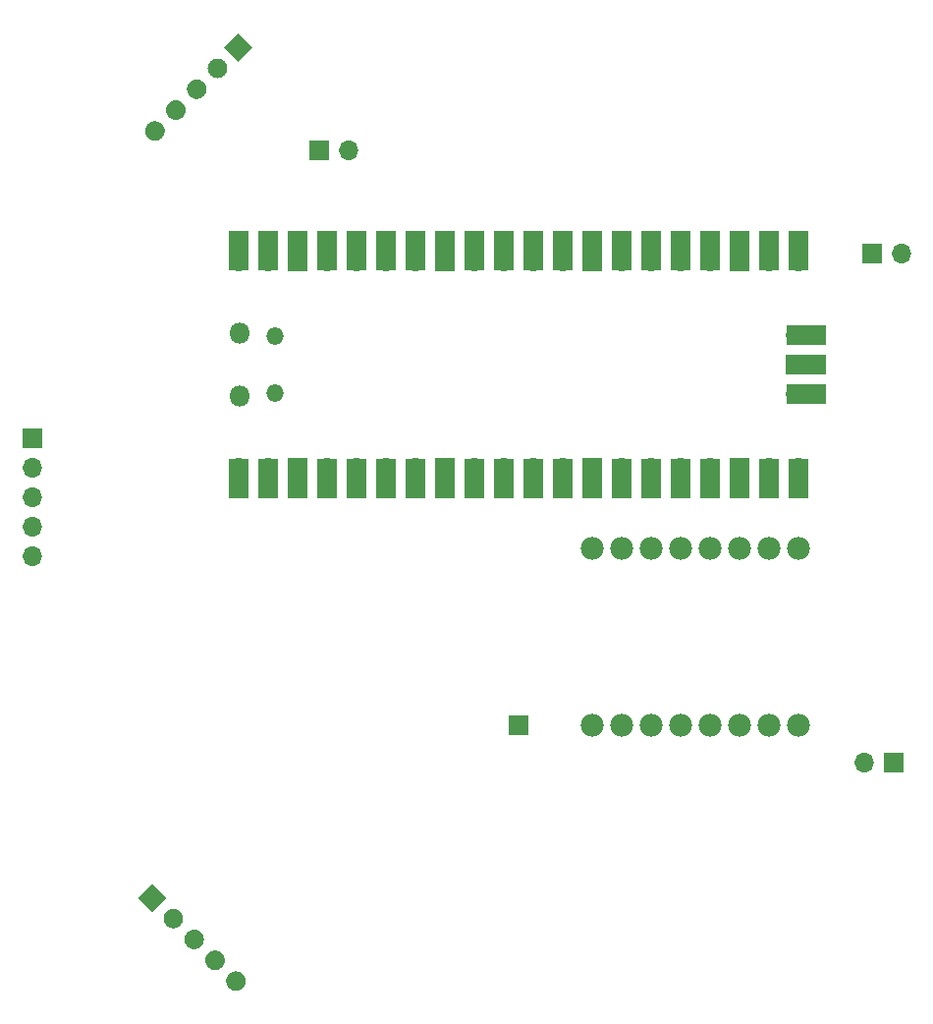
<source format=gbr>
%TF.GenerationSoftware,KiCad,Pcbnew,(6.0.9)*%
%TF.CreationDate,2022-12-06T16:34:43+05:30*%
%TF.ProjectId,micromouseus,6d696372-6f6d-46f7-9573-6575732e6b69,rev?*%
%TF.SameCoordinates,Original*%
%TF.FileFunction,Soldermask,Top*%
%TF.FilePolarity,Negative*%
%FSLAX46Y46*%
G04 Gerber Fmt 4.6, Leading zero omitted, Abs format (unit mm)*
G04 Created by KiCad (PCBNEW (6.0.9)) date 2022-12-06 16:34:43*
%MOMM*%
%LPD*%
G01*
G04 APERTURE LIST*
%ADD10C,1.980000*%
%ADD11R,1.700000X1.700000*%
%ADD12O,1.700000X1.700000*%
%ADD13O,1.800000X1.800000*%
%ADD14O,1.500000X1.500000*%
%ADD15R,1.700000X3.500000*%
%ADD16R,3.500000X1.700000*%
G04 APERTURE END LIST*
D10*
%TO.C,U1*%
X161290000Y-107950000D03*
X163830000Y-107950000D03*
X166370000Y-107950000D03*
X168910000Y-107950000D03*
X171450000Y-107950000D03*
X173990000Y-107950000D03*
X176530000Y-107950000D03*
X179070000Y-107950000D03*
X179070000Y-92710000D03*
X176530000Y-92710000D03*
X173990000Y-92710000D03*
X171450000Y-92710000D03*
X168910000Y-92710000D03*
X166370000Y-92710000D03*
X163830000Y-92710000D03*
X161290000Y-92710000D03*
%TD*%
%TO.C,J3*%
G36*
X123411433Y-123978515D02*
G01*
X122209351Y-122776433D01*
X123411433Y-121574351D01*
X124613515Y-122776433D01*
X123411433Y-123978515D01*
G37*
G36*
G01*
X124606443Y-125173525D02*
X124606443Y-125173525D01*
G75*
G02*
X124606443Y-123971443I601041J601041D01*
G01*
X124606443Y-123971443D01*
G75*
G02*
X125808525Y-123971443I601041J-601041D01*
G01*
X125808525Y-123971443D01*
G75*
G02*
X125808525Y-125173525I-601041J-601041D01*
G01*
X125808525Y-125173525D01*
G75*
G02*
X124606443Y-125173525I-601041J601041D01*
G01*
G37*
G36*
G01*
X126402494Y-126969576D02*
X126402494Y-126969576D01*
G75*
G02*
X126402494Y-125767494I601041J601041D01*
G01*
X126402494Y-125767494D01*
G75*
G02*
X127604576Y-125767494I601041J-601041D01*
G01*
X127604576Y-125767494D01*
G75*
G02*
X127604576Y-126969576I-601041J-601041D01*
G01*
X127604576Y-126969576D01*
G75*
G02*
X126402494Y-126969576I-601041J601041D01*
G01*
G37*
G36*
G01*
X128198546Y-128765628D02*
X128198546Y-128765628D01*
G75*
G02*
X128198546Y-127563546I601041J601041D01*
G01*
X128198546Y-127563546D01*
G75*
G02*
X129400628Y-127563546I601041J-601041D01*
G01*
X129400628Y-127563546D01*
G75*
G02*
X129400628Y-128765628I-601041J-601041D01*
G01*
X129400628Y-128765628D01*
G75*
G02*
X128198546Y-128765628I-601041J601041D01*
G01*
G37*
G36*
G01*
X129994597Y-130561679D02*
X129994597Y-130561679D01*
G75*
G02*
X129994597Y-129359597I601041J601041D01*
G01*
X129994597Y-129359597D01*
G75*
G02*
X131196679Y-129359597I601041J-601041D01*
G01*
X131196679Y-129359597D01*
G75*
G02*
X131196679Y-130561679I-601041J-601041D01*
G01*
X131196679Y-130561679D01*
G75*
G02*
X129994597Y-130561679I-601041J601041D01*
G01*
G37*
%TD*%
D11*
%TO.C,J7*%
X185420000Y-67310000D03*
D12*
X187960000Y-67310000D03*
%TD*%
D11*
%TO.C,J6*%
X187325000Y-111125000D03*
D12*
X184785000Y-111125000D03*
%TD*%
D13*
%TO.C,U2*%
X130940000Y-79560000D03*
D14*
X133970000Y-74410000D03*
X133970000Y-79260000D03*
D13*
X130940000Y-74110000D03*
D12*
X130810000Y-85725000D03*
D15*
X130810000Y-86625000D03*
X133350000Y-86625000D03*
D12*
X133350000Y-85725000D03*
D11*
X135890000Y-85725000D03*
D15*
X135890000Y-86625000D03*
D12*
X138430000Y-85725000D03*
D15*
X138430000Y-86625000D03*
X140970000Y-86625000D03*
D12*
X140970000Y-85725000D03*
X143510000Y-85725000D03*
D15*
X143510000Y-86625000D03*
D12*
X146050000Y-85725000D03*
D15*
X146050000Y-86625000D03*
X148590000Y-86625000D03*
D11*
X148590000Y-85725000D03*
D15*
X151130000Y-86625000D03*
D12*
X151130000Y-85725000D03*
X153670000Y-85725000D03*
D15*
X153670000Y-86625000D03*
D12*
X156210000Y-85725000D03*
D15*
X156210000Y-86625000D03*
D12*
X158750000Y-85725000D03*
D15*
X158750000Y-86625000D03*
D11*
X161290000Y-85725000D03*
D15*
X161290000Y-86625000D03*
X163830000Y-86625000D03*
D12*
X163830000Y-85725000D03*
D15*
X166370000Y-86625000D03*
D12*
X166370000Y-85725000D03*
D15*
X168910000Y-86625000D03*
D12*
X168910000Y-85725000D03*
D15*
X171450000Y-86625000D03*
D12*
X171450000Y-85725000D03*
D15*
X173990000Y-86625000D03*
D11*
X173990000Y-85725000D03*
D12*
X176530000Y-85725000D03*
D15*
X176530000Y-86625000D03*
X179070000Y-86625000D03*
D12*
X179070000Y-85725000D03*
D15*
X179070000Y-67045000D03*
D12*
X179070000Y-67945000D03*
X176530000Y-67945000D03*
D15*
X176530000Y-67045000D03*
X173990000Y-67045000D03*
D11*
X173990000Y-67945000D03*
D12*
X171450000Y-67945000D03*
D15*
X171450000Y-67045000D03*
X168910000Y-67045000D03*
D12*
X168910000Y-67945000D03*
D15*
X166370000Y-67045000D03*
D12*
X166370000Y-67945000D03*
D15*
X163830000Y-67045000D03*
D12*
X163830000Y-67945000D03*
D11*
X161290000Y-67945000D03*
D15*
X161290000Y-67045000D03*
D12*
X158750000Y-67945000D03*
D15*
X158750000Y-67045000D03*
X156210000Y-67045000D03*
D12*
X156210000Y-67945000D03*
X153670000Y-67945000D03*
D15*
X153670000Y-67045000D03*
D12*
X151130000Y-67945000D03*
D15*
X151130000Y-67045000D03*
D11*
X148590000Y-67945000D03*
D15*
X148590000Y-67045000D03*
D12*
X146050000Y-67945000D03*
D15*
X146050000Y-67045000D03*
X143510000Y-67045000D03*
D12*
X143510000Y-67945000D03*
D15*
X140970000Y-67045000D03*
D12*
X140970000Y-67945000D03*
X138430000Y-67945000D03*
D15*
X138430000Y-67045000D03*
D11*
X135890000Y-67945000D03*
D15*
X135890000Y-67045000D03*
D12*
X133350000Y-67945000D03*
D15*
X133350000Y-67045000D03*
D12*
X130810000Y-67945000D03*
D15*
X130810000Y-67045000D03*
D16*
X179740000Y-79375000D03*
D12*
X178840000Y-79375000D03*
D16*
X179740000Y-76835000D03*
D11*
X178840000Y-76835000D03*
D16*
X179740000Y-74295000D03*
D12*
X178840000Y-74295000D03*
%TD*%
%TO.C,J1*%
G36*
X129607918Y-49530000D02*
G01*
X130810000Y-48327918D01*
X132012082Y-49530000D01*
X130810000Y-50732082D01*
X129607918Y-49530000D01*
G37*
G36*
G01*
X128412908Y-50725010D02*
X128412908Y-50725010D01*
G75*
G02*
X129614990Y-50725010I601041J-601041D01*
G01*
X129614990Y-50725010D01*
G75*
G02*
X129614990Y-51927092I-601041J-601041D01*
G01*
X129614990Y-51927092D01*
G75*
G02*
X128412908Y-51927092I-601041J601041D01*
G01*
X128412908Y-51927092D01*
G75*
G02*
X128412908Y-50725010I601041J601041D01*
G01*
G37*
G36*
G01*
X126616857Y-52521061D02*
X126616857Y-52521061D01*
G75*
G02*
X127818939Y-52521061I601041J-601041D01*
G01*
X127818939Y-52521061D01*
G75*
G02*
X127818939Y-53723143I-601041J-601041D01*
G01*
X127818939Y-53723143D01*
G75*
G02*
X126616857Y-53723143I-601041J601041D01*
G01*
X126616857Y-53723143D01*
G75*
G02*
X126616857Y-52521061I601041J601041D01*
G01*
G37*
G36*
G01*
X124820805Y-54317113D02*
X124820805Y-54317113D01*
G75*
G02*
X126022887Y-54317113I601041J-601041D01*
G01*
X126022887Y-54317113D01*
G75*
G02*
X126022887Y-55519195I-601041J-601041D01*
G01*
X126022887Y-55519195D01*
G75*
G02*
X124820805Y-55519195I-601041J601041D01*
G01*
X124820805Y-55519195D01*
G75*
G02*
X124820805Y-54317113I601041J601041D01*
G01*
G37*
G36*
G01*
X123024754Y-56113164D02*
X123024754Y-56113164D01*
G75*
G02*
X124226836Y-56113164I601041J-601041D01*
G01*
X124226836Y-56113164D01*
G75*
G02*
X124226836Y-57315246I-601041J-601041D01*
G01*
X124226836Y-57315246D01*
G75*
G02*
X123024754Y-57315246I-601041J601041D01*
G01*
X123024754Y-57315246D01*
G75*
G02*
X123024754Y-56113164I601041J601041D01*
G01*
G37*
%TD*%
D11*
%TO.C,J5*%
X154940000Y-107950000D03*
%TD*%
%TO.C,J2*%
X113030000Y-83190000D03*
D12*
X113030000Y-85730000D03*
X113030000Y-88270000D03*
X113030000Y-90810000D03*
X113030000Y-93350000D03*
%TD*%
D11*
%TO.C,J4*%
X137790000Y-58420000D03*
D12*
X140330000Y-58420000D03*
%TD*%
M02*

</source>
